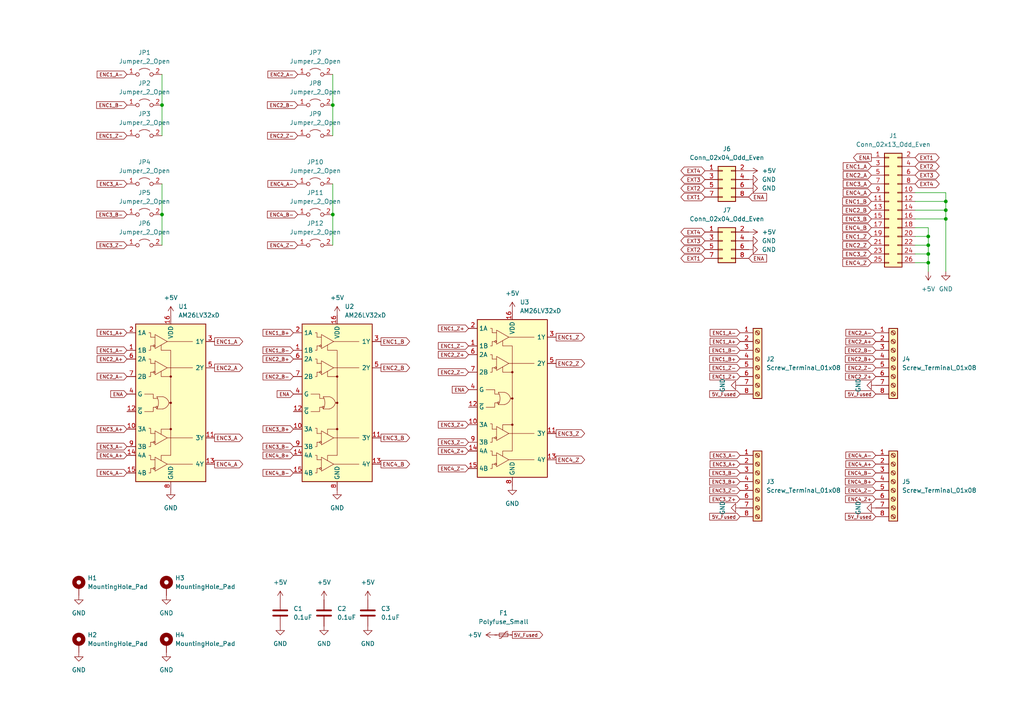
<source format=kicad_sch>
(kicad_sch (version 20230121) (generator eeschema)
  (paper "A4")
  (lib_symbols
    (symbol "Connector:Screw_Terminal_01x08" (pin_names (offset 1.016) hide)
      (property "Reference" "J" (at 0 10.16 0))
      (property "Value" "Screw_Terminal_01x08" (at 0 -12.7 0))
      (symbol "Screw_Terminal_01x08_1_1"
        (rectangle (start -1.27 8.89) (end 1.27 -11.43) (stroke (width 0.254)) (fill (type background)))
        (circle (center 0 -10.16) (radius 0.635) (stroke (width 0.1524)))
        (circle (center 0 -7.62) (radius 0.635) (stroke (width 0.1524)))
        (circle (center 0 -5.08) (radius 0.635) (stroke (width 0.1524)))
        (circle (center 0 -2.54) (radius 0.635) (stroke (width 0.1524)))
        (polyline (pts (xy -0.5334 -9.8298) (xy 0.3302 -10.668)) (stroke (width 0.1524)))
        (polyline (pts (xy -0.5334 -7.2898) (xy 0.3302 -8.128)) (stroke (width 0.1524)))
        (polyline (pts (xy -0.5334 -4.7498) (xy 0.3302 -5.588)) (stroke (width 0.1524)))
        (polyline (pts (xy -0.5334 -2.2098) (xy 0.3302 -3.048)) (stroke (width 0.1524)))
        (polyline (pts (xy -0.5334 0.3302) (xy 0.3302 -0.508)) (stroke (width 0.1524)))
        (polyline (pts (xy -0.5334 2.8702) (xy 0.3302 2.032)) (stroke (width 0.1524)))
        (polyline (pts (xy -0.5334 5.4102) (xy 0.3302 4.572)) (stroke (width 0.1524)))
        (polyline (pts (xy -0.5334 7.9502) (xy 0.3302 7.112)) (stroke (width 0.1524)))
        (polyline (pts (xy -0.3556 -9.652) (xy 0.508 -10.4902)) (stroke (width 0.1524)))
        (polyline (pts (xy -0.3556 -7.112) (xy 0.508 -7.9502)) (stroke (width 0.1524)))
        (polyline (pts (xy -0.3556 -4.572) (xy 0.508 -5.4102)) (stroke (width 0.1524)))
        (polyline (pts (xy -0.3556 -2.032) (xy 0.508 -2.8702)) (stroke (width 0.1524)))
        (polyline (pts (xy -0.3556 0.508) (xy 0.508 -0.3302)) (stroke (width 0.1524)))
        (polyline (pts (xy -0.3556 3.048) (xy 0.508 2.2098)) (stroke (width 0.1524)))
        (polyline (pts (xy -0.3556 5.588) (xy 0.508 4.7498)) (stroke (width 0.1524)))
        (polyline (pts (xy -0.3556 8.128) (xy 0.508 7.2898)) (stroke (width 0.1524)))
        (circle (center 0 0) (radius 0.635) (stroke (width 0.1524)))
        (circle (center 0 2.54) (radius 0.635) (stroke (width 0.1524)))
        (circle (center 0 5.08) (radius 0.635) (stroke (width 0.1524)))
        (circle (center 0 7.62) (radius 0.635) (stroke (width 0.1524)))
        (pin passive line (at -5.08 7.62 0) (length 3.81) (name "Pin_1") (number "1"))
        (pin passive line (at -5.08 5.08 0) (length 3.81) (name "Pin_2") (number "2"))
        (pin passive line (at -5.08 2.54 0) (length 3.81) (name "Pin_3") (number "3"))
        (pin passive line (at -5.08 0 0) (length 3.81) (name "Pin_4") (number "4"))
        (pin passive line (at -5.08 -2.54 0) (length 3.81) (name "Pin_5") (number "5"))
        (pin passive line (at -5.08 -5.08 0) (length 3.81) (name "Pin_6") (number "6"))
        (pin passive line (at -5.08 -7.62 0) (length 3.81) (name "Pin_7") (number "7"))
        (pin passive line (at -5.08 -10.16 0) (length 3.81) (name "Pin_8") (number "8"))
      )
    )
    (symbol "Connector_Generic:Conn_02x04_Odd_Even" (pin_names (offset 1.016) hide)
      (property "Reference" "J" (at 1.27 5.08 0))
      (property "Value" "Conn_02x04_Odd_Even" (at 1.27 -7.62 0))
      (symbol "Conn_02x04_Odd_Even_1_1"
        (rectangle (start -1.27 -4.953) (end 0 -5.207) (stroke (width 0.1524)))
        (rectangle (start -1.27 -2.413) (end 0 -2.667) (stroke (width 0.1524)))
        (rectangle (start -1.27 0.127) (end 0 -0.127) (stroke (width 0.1524)))
        (rectangle (start -1.27 2.667) (end 0 2.413) (stroke (width 0.1524)))
        (rectangle (start -1.27 3.81) (end 3.81 -6.35) (stroke (width 0.254)) (fill (type background)))
        (rectangle (start 3.81 -4.953) (end 2.54 -5.207) (stroke (width 0.1524)))
        (rectangle (start 3.81 -2.413) (end 2.54 -2.667) (stroke (width 0.1524)))
        (rectangle (start 3.81 0.127) (end 2.54 -0.127) (stroke (width 0.1524)))
        (rectangle (start 3.81 2.667) (end 2.54 2.413) (stroke (width 0.1524)))
        (pin passive line (at -5.08 2.54 0) (length 3.81) (name "Pin_1") (number "1"))
        (pin passive line (at 7.62 2.54 180) (length 3.81) (name "Pin_2") (number "2"))
        (pin passive line (at -5.08 0 0) (length 3.81) (name "Pin_3") (number "3"))
        (pin passive line (at 7.62 0 180) (length 3.81) (name "Pin_4") (number "4"))
        (pin passive line (at -5.08 -2.54 0) (length 3.81) (name "Pin_5") (number "5"))
        (pin passive line (at 7.62 -2.54 180) (length 3.81) (name "Pin_6") (number "6"))
        (pin passive line (at -5.08 -5.08 0) (length 3.81) (name "Pin_7") (number "7"))
        (pin passive line (at 7.62 -5.08 180) (length 3.81) (name "Pin_8") (number "8"))
      )
    )
    (symbol "Connector_Generic:Conn_02x13_Odd_Even" (pin_names (offset 1.016) hide)
      (property "Reference" "J" (at 1.27 17.78 0))
      (property "Value" "Conn_02x13_Odd_Even" (at 1.27 -17.78 0))
      (symbol "Conn_02x13_Odd_Even_1_1"
        (rectangle (start -1.27 -15.113) (end 0 -15.367) (stroke (width 0.1524)))
        (rectangle (start -1.27 -12.573) (end 0 -12.827) (stroke (width 0.1524)))
        (rectangle (start -1.27 -10.033) (end 0 -10.287) (stroke (width 0.1524)))
        (rectangle (start -1.27 -7.493) (end 0 -7.747) (stroke (width 0.1524)))
        (rectangle (start -1.27 -4.953) (end 0 -5.207) (stroke (width 0.1524)))
        (rectangle (start -1.27 -2.413) (end 0 -2.667) (stroke (width 0.1524)))
        (rectangle (start -1.27 0.127) (end 0 -0.127) (stroke (width 0.1524)))
        (rectangle (start -1.27 2.667) (end 0 2.413) (stroke (width 0.1524)))
        (rectangle (start -1.27 5.207) (end 0 4.953) (stroke (width 0.1524)))
        (rectangle (start -1.27 7.747) (end 0 7.493) (stroke (width 0.1524)))
        (rectangle (start -1.27 10.287) (end 0 10.033) (stroke (width 0.1524)))
        (rectangle (start -1.27 12.827) (end 0 12.573) (stroke (width 0.1524)))
        (rectangle (start -1.27 15.367) (end 0 15.113) (stroke (width 0.1524)))
        (rectangle (start -1.27 16.51) (end 3.81 -16.51) (stroke (width 0.254)) (fill (type background)))
        (rectangle (start 3.81 -15.113) (end 2.54 -15.367) (stroke (width 0.1524)))
        (rectangle (start 3.81 -12.573) (end 2.54 -12.827) (stroke (width 0.1524)))
        (rectangle (start 3.81 -10.033) (end 2.54 -10.287) (stroke (width 0.1524)))
        (rectangle (start 3.81 -7.493) (end 2.54 -7.747) (stroke (width 0.1524)))
        (rectangle (start 3.81 -4.953) (end 2.54 -5.207) (stroke (width 0.1524)))
        (rectangle (start 3.81 -2.413) (end 2.54 -2.667) (stroke (width 0.1524)))
        (rectangle (start 3.81 0.127) (end 2.54 -0.127) (stroke (width 0.1524)))
        (rectangle (start 3.81 2.667) (end 2.54 2.413) (stroke (width 0.1524)))
        (rectangle (start 3.81 5.207) (end 2.54 4.953) (stroke (width 0.1524)))
        (rectangle (start 3.81 7.747) (end 2.54 7.493) (stroke (width 0.1524)))
        (rectangle (start 3.81 10.287) (end 2.54 10.033) (stroke (width 0.1524)))
        (rectangle (start 3.81 12.827) (end 2.54 12.573) (stroke (width 0.1524)))
        (rectangle (start 3.81 15.367) (end 2.54 15.113) (stroke (width 0.1524)))
        (pin passive line (at -5.08 15.24 0) (length 3.81) (name "Pin_1") (number "1"))
        (pin passive line (at 7.62 5.08 180) (length 3.81) (name "Pin_10") (number "10"))
        (pin passive line (at -5.08 2.54 0) (length 3.81) (name "Pin_11") (number "11"))
        (pin passive line (at 7.62 2.54 180) (length 3.81) (name "Pin_12") (number "12"))
        (pin passive line (at -5.08 0 0) (length 3.81) (name "Pin_13") (number "13"))
        (pin passive line (at 7.62 0 180) (length 3.81) (name "Pin_14") (number "14"))
        (pin passive line (at -5.08 -2.54 0) (length 3.81) (name "Pin_15") (number "15"))
        (pin passive line (at 7.62 -2.54 180) (length 3.81) (name "Pin_16") (number "16"))
        (pin passive line (at -5.08 -5.08 0) (length 3.81) (name "Pin_17") (number "17"))
        (pin passive line (at 7.62 -5.08 180) (length 3.81) (name "Pin_18") (number "18"))
        (pin passive line (at -5.08 -7.62 0) (length 3.81) (name "Pin_19") (number "19"))
        (pin passive line (at 7.62 15.24 180) (length 3.81) (name "Pin_2") (number "2"))
        (pin passive line (at 7.62 -7.62 180) (length 3.81) (name "Pin_20") (number "20"))
        (pin passive line (at -5.08 -10.16 0) (length 3.81) (name "Pin_21") (number "21"))
        (pin passive line (at 7.62 -10.16 180) (length 3.81) (name "Pin_22") (number "22"))
        (pin passive line (at -5.08 -12.7 0) (length 3.81) (name "Pin_23") (number "23"))
        (pin passive line (at 7.62 -12.7 180) (length 3.81) (name "Pin_24") (number "24"))
        (pin passive line (at -5.08 -15.24 0) (length 3.81) (name "Pin_25") (number "25"))
        (pin passive line (at 7.62 -15.24 180) (length 3.81) (name "Pin_26") (number "26"))
        (pin passive line (at -5.08 12.7 0) (length 3.81) (name "Pin_3") (number "3"))
        (pin passive line (at 7.62 12.7 180) (length 3.81) (name "Pin_4") (number "4"))
        (pin passive line (at -5.08 10.16 0) (length 3.81) (name "Pin_5") (number "5"))
        (pin passive line (at 7.62 10.16 180) (length 3.81) (name "Pin_6") (number "6"))
        (pin passive line (at -5.08 7.62 0) (length 3.81) (name "Pin_7") (number "7"))
        (pin passive line (at 7.62 7.62 180) (length 3.81) (name "Pin_8") (number "8"))
        (pin passive line (at -5.08 5.08 0) (length 3.81) (name "Pin_9") (number "9"))
      )
    )
    (symbol "Device:C" (pin_numbers hide) (pin_names (offset 0.254))
      (property "Reference" "C" (at 0.635 2.54 0))
      (property "Value" "C" (at 0.635 -2.54 0))
      (symbol "C_0_1"
        (polyline (pts (xy -2.032 -0.762) (xy 2.032 -0.762)) (stroke (width 0.508)))
        (polyline (pts (xy -2.032 0.762) (xy 2.032 0.762)) (stroke (width 0.508)))
      )
      (symbol "C_1_1"
        (pin passive line (at 0 3.81 270) (length 2.794) (name "~") (number "1"))
        (pin passive line (at 0 -3.81 90) (length 2.794) (name "~") (number "2"))
      )
    )
    (symbol "Device:Polyfuse_Small" (pin_numbers hide) (pin_names (offset 0))
      (property "Reference" "F" (at -1.905 0 90))
      (property "Value" "Polyfuse_Small" (at 1.905 0 90))
      (symbol "Polyfuse_Small_0_1"
        (rectangle (start -0.508 1.27) (end 0.508 -1.27))
        (polyline (pts (xy 0 2.54) (xy 0 -2.54)))
        (polyline (pts (xy -1.016 1.27) (xy -1.016 0.762) (xy 1.016 -0.762) (xy 1.016 -1.27)))
      )
      (symbol "Polyfuse_Small_1_1"
        (pin passive line (at 0 2.54 270) (length 0.635) (name "~") (number "1"))
        (pin passive line (at 0 -2.54 90) (length 0.635) (name "~") (number "2"))
      )
    )
    (symbol "Interface:AM26LV32xD"
      (property "Reference" "U" (at -8.89 24.13 0))
      (property "Value" "AM26LV32xD" (at 10.16 24.13 0))
      (symbol "AM26LV32xD_0_1"
        (rectangle (start -10.16 22.86) (end 10.16 -22.86) (stroke (width 0.254)) (fill (type background)))
        (circle (center -4.826 16.51) (radius 0.254))
        (arc (start -4.064 -1.778) (mid -3.5541 0) (end -4.064 1.778) (stroke (width 0.127)))
        (circle (center -4.064 -1.27) (radius 0.254))
        (arc (start -2.286 -1.778) (mid -1.1381 -1.1479) (end -0.508 0) (stroke (width 0.127)))
        (arc (start -0.508 0) (mid -1.1381 1.1479) (end -2.286 1.778) (stroke (width 0.127)))
        (circle (center 0 -7.62) (radius 0.254) (fill (type outline)))
        (polyline (pts (xy -5.842 16.51) (xy -5.08 16.51)) (stroke (width 0.127)))
        (polyline (pts (xy -5.842 19.05) (xy -4.572 19.05)) (stroke (width 0.127)))
        (polyline (pts (xy -4.064 -1.778) (xy -2.286 -1.778)) (stroke (width 0.127)))
        (polyline (pts (xy -2.286 1.778) (xy -4.064 1.778)) (stroke (width 0.127)))
        (polyline (pts (xy -1.016 -17.78) (xy 6.35 -17.78)) (stroke (width 0.127)))
        (polyline (pts (xy -1.016 -10.16) (xy 6.35 -10.16)) (stroke (width 0.127)))
        (polyline (pts (xy -1.016 10.16) (xy 6.35 10.16)) (stroke (width 0.127)))
        (polyline (pts (xy -1.016 17.78) (xy 6.35 17.78)) (stroke (width 0.127)))
        (polyline (pts (xy -0.508 0) (xy 0 0)))
        (polyline (pts (xy 0 0) (xy 0 -15.24)) (stroke (width 0.127)))
        (polyline (pts (xy 0 7.62) (xy 0 0)) (stroke (width 0.127)))
        (polyline (pts (xy -5.842 -19.05) (xy -5.842 -20.32) (xy -6.35 -20.32)) (stroke (width 0.127)))
        (polyline (pts (xy -5.842 -16.51) (xy -5.842 -15.24) (xy -6.35 -15.24)) (stroke (width 0.127)))
        (polyline (pts (xy -5.842 -11.43) (xy -5.842 -12.7) (xy -6.35 -12.7)) (stroke (width 0.127)))
        (polyline (pts (xy -5.842 -8.89) (xy -5.842 -7.366) (xy -6.35 -7.366)) (stroke (width 0.127)))
        (polyline (pts (xy -5.842 8.89) (xy -5.842 7.62) (xy -6.35 7.62)) (stroke (width 0.127)))
        (polyline (pts (xy -5.842 11.43) (xy -5.842 12.7) (xy -6.35 12.7)) (stroke (width 0.127)))
        (polyline (pts (xy -5.842 19.05) (xy -5.842 20.32) (xy -6.35 20.32)) (stroke (width 0.127)))
        (polyline (pts (xy 0 -15.24) (xy -2.794 -15.24) (xy -2.794 -16.764)) (stroke (width 0.127)))
        (polyline (pts (xy 0 -7.62) (xy -2.794 -7.62) (xy -2.794 -9.144)) (stroke (width 0.127)))
        (polyline (pts (xy 0 7.62) (xy -2.794 7.62) (xy -2.794 9.144)) (stroke (width 0.127)))
        (polyline (pts (xy -7.62 2.54) (xy -5.08 2.54) (xy -5.08 1.27) (xy -3.81 1.27)) (stroke (width 0.127)))
        (polyline (pts (xy -5.842 16.51) (xy -5.842 15.24) (xy -6.096 15.24) (xy -6.35 15.24)) (stroke (width 0.127)))
        (polyline (pts (xy -4.572 19.812) (xy -4.572 15.748) (xy -1.016 17.78) (xy -4.572 19.812)) (stroke (width 0.127)))
        (polyline (pts (xy -4.318 -1.27) (xy -5.08 -1.27) (xy -5.08 -2.54) (xy -7.62 -2.54)) (stroke (width 0.127)))
        (polyline (pts (xy 0 7.62) (xy 0 15.24) (xy -2.794 15.24) (xy -2.794 16.764)) (stroke (width 0.127)))
        (circle (center 0 0) (radius 0.254) (fill (type outline)))
        (circle (center 0 7.62) (radius 0.254) (fill (type outline)))
      )
      (symbol "AM26LV32xD_1_1"
        (circle (center -4.826 -19.05) (radius 0.254))
        (circle (center -4.826 -11.43) (radius 0.254))
        (circle (center -4.826 8.89) (radius 0.254))
        (polyline (pts (xy -5.842 -19.05) (xy -5.08 -19.05)) (stroke (width 0.127)))
        (polyline (pts (xy -5.842 -16.51) (xy -4.572 -16.51)) (stroke (width 0.127)))
        (polyline (pts (xy -5.842 -11.43) (xy -5.08 -11.43)) (stroke (width 0.127)))
        (polyline (pts (xy -5.842 -8.89) (xy -4.572 -8.89)) (stroke (width 0.127)))
        (polyline (pts (xy -5.842 8.89) (xy -5.08 8.89)) (stroke (width 0.127)))
        (polyline (pts (xy -5.842 11.43) (xy -4.572 11.43)) (stroke (width 0.127)))
        (polyline (pts (xy -4.572 -15.748) (xy -4.572 -19.812) (xy -1.016 -17.78) (xy -4.572 -15.748)) (stroke (width 0.127)))
        (polyline (pts (xy -4.572 -8.128) (xy -4.572 -12.192) (xy -1.016 -10.16) (xy -4.572 -8.128)) (stroke (width 0.127)))
        (polyline (pts (xy -4.572 12.192) (xy -4.572 8.128) (xy -1.016 10.16) (xy -4.572 12.192)) (stroke (width 0.127)))
        (pin input line (at -12.7 15.24 0) (length 2.54) (name "1B") (number "1"))
        (pin input line (at -12.7 -7.62 0) (length 2.54) (name "3A") (number "10"))
        (pin tri_state line (at 12.7 -10.16 180) (length 2.54) (name "3Y") (number "11"))
        (pin input line (at -12.7 -2.54 0) (length 2.54) (name "~{G}") (number "12"))
        (pin tri_state line (at 12.7 -17.78 180) (length 2.54) (name "4Y") (number "13"))
        (pin input line (at -12.7 -15.24 0) (length 2.54) (name "4A") (number "14"))
        (pin input line (at -12.7 -20.32 0) (length 2.54) (name "4B") (number "15"))
        (pin power_in line (at 0 25.4 270) (length 2.54) (name "VDD") (number "16"))
        (pin input line (at -12.7 20.32 0) (length 2.54) (name "1A") (number "2"))
        (pin tri_state line (at 12.7 17.78 180) (length 2.54) (name "1Y") (number "3"))
        (pin input line (at -12.7 2.54 0) (length 2.54) (name "G") (number "4"))
        (pin tri_state line (at 12.7 10.16 180) (length 2.54) (name "2Y") (number "5"))
        (pin input line (at -12.7 12.7 0) (length 2.54) (name "2A") (number "6"))
        (pin input line (at -12.7 7.62 0) (length 2.54) (name "2B") (number "7"))
        (pin power_in line (at 0 -25.4 90) (length 2.54) (name "GND") (number "8"))
        (pin input line (at -12.7 -12.7 0) (length 2.54) (name "3B") (number "9"))
      )
    )
    (symbol "Jumper:Jumper_2_Open" (pin_names (offset 0) hide)
      (property "Reference" "JP" (at 0 2.794 0))
      (property "Value" "Jumper_2_Open" (at 0 -2.286 0))
      (symbol "Jumper_2_Open_0_0"
        (circle (center -2.032 0) (radius 0.508))
        (circle (center 2.032 0) (radius 0.508))
      )
      (symbol "Jumper_2_Open_0_1"
        (arc (start 1.524 1.27) (mid 0 1.778) (end -1.524 1.27))
      )
      (symbol "Jumper_2_Open_1_1"
        (pin passive line (at -5.08 0 0) (length 2.54) (name "A") (number "1"))
        (pin passive line (at 5.08 0 180) (length 2.54) (name "B") (number "2"))
      )
    )
    (symbol "Mechanical:MountingHole_Pad" (pin_numbers hide) (pin_names (offset 1.016) hide)
      (property "Reference" "H" (at 0 6.35 0))
      (property "Value" "MountingHole_Pad" (at 0 4.445 0))
      (symbol "MountingHole_Pad_0_1"
        (circle (center 0 1.27) (radius 1.27) (stroke (width 1.27)))
      )
      (symbol "MountingHole_Pad_1_1"
        (pin input line (at 0 -2.54 90) (length 2.54) (name "1") (number "1"))
      )
    )
    (symbol "power:+5V" (power) (pin_names (offset 0))
      (property "Value" "+5V" (at 0 3.556 0))
      (symbol "+5V_0_1"
        (polyline (pts (xy -0.762 1.27) (xy 0 2.54)))
        (polyline (pts (xy 0 0) (xy 0 2.54)))
        (polyline (pts (xy 0 2.54) (xy 0.762 1.27)))
      )
      (symbol "+5V_1_1"
        (pin power_in line (at 0 0 90) (length 0) hide (name "+5V") (number "1"))
      )
    )
    (symbol "power:GND" (power) (pin_names (offset 0))
      (property "Value" "GND" (at 0 -3.81 0))
      (symbol "GND_0_1"
        (polyline (pts (xy 0 0) (xy 0 -1.27) (xy 1.27 -1.27) (xy 0 -2.54) (xy -1.27 -1.27) (xy 0 -1.27)))
      )
      (symbol "GND_1_1"
        (pin power_in line (at 0 0 270) (length 0) hide (name "GND") (number "1"))
      )
    )
  )
  (junction (at 96.52 62.23))
  (junction (at 269.24 73.66))
  (junction (at 269.24 71.12))
  (junction (at 96.52 30.48))
  (junction (at 269.24 68.58))
  (junction (at 274.32 63.5))
  (junction (at 274.32 58.42))
  (junction (at 274.32 60.96))
  (junction (at 46.99 62.23))
  (junction (at 46.99 30.48))
  (junction (at 269.24 76.2))
  (wire (pts (xy 265.43 58.42) (xy 274.32 58.42)))
  (wire (pts (xy 265.43 68.58) (xy 269.24 68.58)))
  (wire (pts (xy 96.52 30.48) (xy 96.52 39.37)))
  (wire (pts (xy 265.43 55.88) (xy 274.32 55.88)))
  (wire (pts (xy 274.32 60.96) (xy 274.32 63.5)))
  (wire (pts (xy 274.32 55.88) (xy 274.32 58.42)))
  (wire (pts (xy 269.24 71.12) (xy 269.24 73.66)))
  (wire (pts (xy 265.43 76.2) (xy 269.24 76.2)))
  (wire (pts (xy 269.24 73.66) (xy 269.24 76.2)))
  (wire (pts (xy 46.99 21.59) (xy 46.99 30.48)))
  (wire (pts (xy 269.24 66.04) (xy 269.24 68.58)))
  (wire (pts (xy 46.99 62.23) (xy 46.99 71.12)))
  (wire (pts (xy 274.32 58.42) (xy 274.32 60.96)))
  (wire (pts (xy 96.52 21.59) (xy 96.52 30.48)))
  (wire (pts (xy 265.43 71.12) (xy 269.24 71.12)))
  (wire (pts (xy 46.99 53.34) (xy 46.99 62.23)))
  (wire (pts (xy 265.43 63.5) (xy 274.32 63.5)))
  (wire (pts (xy 96.52 62.23) (xy 96.52 71.12)))
  (wire (pts (xy 265.43 73.66) (xy 269.24 73.66)))
  (wire (pts (xy 96.52 53.34) (xy 96.52 62.23)))
  (wire (pts (xy 265.43 66.04) (xy 269.24 66.04)))
  (wire (pts (xy 265.43 60.96) (xy 274.32 60.96)))
  (wire (pts (xy 269.24 76.2) (xy 269.24 78.74)))
  (wire (pts (xy 46.99 30.48) (xy 46.99 39.37)))
  (wire (pts (xy 274.32 63.5) (xy 274.32 78.74)))
  (wire (pts (xy 269.24 68.58) (xy 269.24 71.12)))
  (global_label "ENC2_A+" (shape input) (at 254 99.06 180) (effects (font (size 1 1))) (property "Intersheetrefs" "${INTERSHEET_REFS}" (effects hide)))
  (global_label "ENC3_Z+" (shape input) (at 135.89 123.19 180) (effects (font (size 1 1))) (property "Intersheetrefs" "${INTERSHEET_REFS}" (effects hide)))
  (global_label "ENC2_B" (shape output) (at 110.49 106.68 0) (effects (font (size 1.1 1.1))) (property "Intersheetrefs" "${INTERSHEET_REFS}" (effects hide)))
  (global_label "ENC3_A-" (shape input) (at 214.63 132.08 180) (effects (font (size 1 1))) (property "Intersheetrefs" "${INTERSHEET_REFS}" (effects hide)))
  (global_label "5V_Fused" (shape input) (at 214.63 114.3 180) (effects (font (size 1 1))) (property "Intersheetrefs" "${INTERSHEET_REFS}" (effects hide)))
  (global_label "ENC1_Z" (shape input) (at 252.73 68.58 180) (effects (font (size 1.1 1.1))) (property "Intersheetrefs" "${INTERSHEET_REFS}" (effects hide)))
  (global_label "ENC3_B" (shape input) (at 252.73 63.5 180) (effects (font (size 1.1 1.1))) (property "Intersheetrefs" "${INTERSHEET_REFS}" (effects hide)))
  (global_label "ENC4_B+" (shape input) (at 254 139.7 180) (effects (font (size 1 1))) (property "Intersheetrefs" "${INTERSHEET_REFS}" (effects hide)))
  (global_label "ENC2_Z" (shape input) (at 252.73 71.12 180) (effects (font (size 1.1 1.1))) (property "Intersheetrefs" "${INTERSHEET_REFS}" (effects hide)))
  (global_label "ENC2_B-" (shape input) (at 86.36 30.48 180) (effects (font (size 1 1))) (property "Intersheetrefs" "${INTERSHEET_REFS}" (effects hide)))
  (global_label "ENC2_Z" (shape output) (at 161.29 105.41 0) (effects (font (size 1.1 1.1))) (property "Intersheetrefs" "${INTERSHEET_REFS}" (effects hide)))
  (global_label "ENC1_B" (shape output) (at 110.49 99.06 0) (effects (font (size 1.1 1.1))) (property "Intersheetrefs" "${INTERSHEET_REFS}" (effects hide)))
  (global_label "ENC4_Z" (shape output) (at 161.29 133.35 0) (effects (font (size 1.1 1.1))) (property "Intersheetrefs" "${INTERSHEET_REFS}" (effects hide)))
  (global_label "ENC4_Z+" (shape input) (at 254 144.78 180) (effects (font (size 1 1))) (property "Intersheetrefs" "${INTERSHEET_REFS}" (effects hide)))
  (global_label "ENA" (shape input) (at 217.17 74.93 0) (effects (font (size 1.1 1.1))) (property "Intersheetrefs" "${INTERSHEET_REFS}" (effects hide)))
  (global_label "ENC3_A" (shape input) (at 252.73 53.34 180) (effects (font (size 1.1 1.1))) (property "Intersheetrefs" "${INTERSHEET_REFS}" (effects hide)))
  (global_label "ENC4_B+" (shape input) (at 85.09 132.08 180) (effects (font (size 1 1))) (property "Intersheetrefs" "${INTERSHEET_REFS}" (effects hide)))
  (global_label "ENC1_B-" (shape input) (at 214.63 101.6 180) (effects (font (size 1 1))) (property "Intersheetrefs" "${INTERSHEET_REFS}" (effects hide)))
  (global_label "ENC3_A+" (shape input) (at 36.83 124.46 180) (effects (font (size 1 1))) (property "Intersheetrefs" "${INTERSHEET_REFS}" (effects hide)))
  (global_label "ENC3_A-" (shape input) (at 36.83 129.54 180) (effects (font (size 1 1))) (property "Intersheetrefs" "${INTERSHEET_REFS}" (effects hide)))
  (global_label "ENC1_B+" (shape input) (at 85.09 96.52 180) (effects (font (size 1 1))) (property "Intersheetrefs" "${INTERSHEET_REFS}" (effects hide)))
  (global_label "ENC4_B" (shape output) (at 110.49 134.62 0) (effects (font (size 1.1 1.1))) (property "Intersheetrefs" "${INTERSHEET_REFS}" (effects hide)))
  (global_label "ENC1_A-" (shape input) (at 36.83 21.59 180) (effects (font (size 1 1))) (property "Intersheetrefs" "${INTERSHEET_REFS}" (effects hide)))
  (global_label "ENC4_B-" (shape input) (at 254 137.16 180) (effects (font (size 1 1))) (property "Intersheetrefs" "${INTERSHEET_REFS}" (effects hide)))
  (global_label "ENC3_B" (shape output) (at 110.49 127 0) (effects (font (size 1.1 1.1))) (property "Intersheetrefs" "${INTERSHEET_REFS}" (effects hide)))
  (global_label "ENC4_Z-" (shape input) (at 86.36 71.12 180) (effects (font (size 1 1))) (property "Intersheetrefs" "${INTERSHEET_REFS}" (effects hide)))
  (global_label "EXT1" (shape bidirectional) (at 204.47 74.93 180) (effects (font (size 1.1 1.1))) (property "Intersheetrefs" "${INTERSHEET_REFS}" (effects hide)))
  (global_label "ENC2_B+" (shape input) (at 85.09 104.14 180) (effects (font (size 1 1))) (property "Intersheetrefs" "${INTERSHEET_REFS}" (effects hide)))
  (global_label "ENA" (shape input) (at 36.83 114.3 180) (effects (font (size 1 1))) (property "Intersheetrefs" "${INTERSHEET_REFS}" (effects hide)))
  (global_label "ENC3_B-" (shape input) (at 85.09 129.54 180) (effects (font (size 1 1))) (property "Intersheetrefs" "${INTERSHEET_REFS}" (effects hide)))
  (global_label "ENA" (shape input) (at 135.89 113.03 180) (effects (font (size 1 1))) (property "Intersheetrefs" "${INTERSHEET_REFS}" (effects hide)))
  (global_label "EXT1" (shape bidirectional) (at 204.47 57.15 180) (effects (font (size 1.1 1.1))) (property "Intersheetrefs" "${INTERSHEET_REFS}" (effects hide)))
  (global_label "ENC1_A-" (shape input) (at 36.83 101.6 180) (effects (font (size 1 1))) (property "Intersheetrefs" "${INTERSHEET_REFS}" (effects hide)))
  (global_label "ENC2_B-" (shape input) (at 85.09 109.22 180) (effects (font (size 1 1))) (property "Intersheetrefs" "${INTERSHEET_REFS}" (effects hide)))
  (global_label "ENC1_Z" (shape output) (at 161.29 97.79 0) (effects (font (size 1.1 1.1))) (property "Intersheetrefs" "${INTERSHEET_REFS}" (effects hide)))
  (global_label "ENC3_B-" (shape input) (at 214.63 137.16 180) (effects (font (size 1 1))) (property "Intersheetrefs" "${INTERSHEET_REFS}" (effects hide)))
  (global_label "ENC4_Z+" (shape input) (at 135.89 130.81 180) (effects (font (size 1 1))) (property "Intersheetrefs" "${INTERSHEET_REFS}" (effects hide)))
  (global_label "ENC2_A-" (shape input) (at 36.83 109.22 180) (effects (font (size 1 1))) (property "Intersheetrefs" "${INTERSHEET_REFS}" (effects hide)))
  (global_label "ENC3_Z-" (shape input) (at 214.63 142.24 180) (effects (font (size 1 1))) (property "Intersheetrefs" "${INTERSHEET_REFS}" (effects hide)))
  (global_label "ENC1_Z-" (shape input) (at 214.63 106.68 180) (effects (font (size 1 1))) (property "Intersheetrefs" "${INTERSHEET_REFS}" (effects hide)))
  (global_label "ENC1_B-" (shape input) (at 85.09 101.6 180) (effects (font (size 1 1))) (property "Intersheetrefs" "${INTERSHEET_REFS}" (effects hide)))
  (global_label "ENC1_Z-" (shape input) (at 135.89 100.33 180) (effects (font (size 1 1))) (property "Intersheetrefs" "${INTERSHEET_REFS}" (effects hide)))
  (global_label "5V_Fused" (shape output) (at 148.59 184.15 0) (effects (font (size 1 1))) (property "Intersheetrefs" "${INTERSHEET_REFS}" (effects hide)))
  (global_label "ENC4_A+" (shape input) (at 36.83 132.08 180) (effects (font (size 1 1))) (property "Intersheetrefs" "${INTERSHEET_REFS}" (effects hide)))
  (global_label "ENA" (shape output) (at 252.73 45.72 180) (effects (font (size 1.1 1.1))) (property "Intersheetrefs" "${INTERSHEET_REFS}" (effects hide)))
  (global_label "EXT2" (shape bidirectional) (at 265.43 48.26 0) (effects (font (size 1.1 1.1))) (property "Intersheetrefs" "${INTERSHEET_REFS}" (effects hide)))
  (global_label "ENC3_A" (shape output) (at 62.23 127 0) (effects (font (size 1.1 1.1))) (property "Intersheetrefs" "${INTERSHEET_REFS}" (effects hide)))
  (global_label "EXT3" (shape bidirectional) (at 265.43 50.8 0) (effects (font (size 1.1 1.1))) (property "Intersheetrefs" "${INTERSHEET_REFS}" (effects hide)))
  (global_label "5V_Fused" (shape input) (at 254 114.3 180) (effects (font (size 1 1))) (property "Intersheetrefs" "${INTERSHEET_REFS}" (effects hide)))
  (global_label "EXT2" (shape bidirectional) (at 204.47 72.39 180) (effects (font (size 1.1 1.1))) (property "Intersheetrefs" "${INTERSHEET_REFS}" (effects hide)))
  (global_label "ENC3_B+" (shape input) (at 85.09 124.46 180) (effects (font (size 1 1))) (property "Intersheetrefs" "${INTERSHEET_REFS}" (effects hide)))
  (global_label "EXT3" (shape bidirectional) (at 204.47 69.85 180) (effects (font (size 1.1 1.1))) (property "Intersheetrefs" "${INTERSHEET_REFS}" (effects hide)))
  (global_label "ENC4_A+" (shape input) (at 254 134.62 180) (effects (font (size 1 1))) (property "Intersheetrefs" "${INTERSHEET_REFS}" (effects hide)))
  (global_label "ENC4_A-" (shape input) (at 86.36 53.34 180) (effects (font (size 1 1))) (property "Intersheetrefs" "${INTERSHEET_REFS}" (effects hide)))
  (global_label "ENC1_A+" (shape input) (at 36.83 96.52 180) (effects (font (size 1 1))) (property "Intersheetrefs" "${INTERSHEET_REFS}" (effects hide)))
  (global_label "ENC4_Z-" (shape input) (at 254 142.24 180) (effects (font (size 1 1))) (property "Intersheetrefs" "${INTERSHEET_REFS}" (effects hide)))
  (global_label "ENC3_B+" (shape input) (at 214.63 139.7 180) (effects (font (size 1 1))) (property "Intersheetrefs" "${INTERSHEET_REFS}" (effects hide)))
  (global_label "ENC2_Z+" (shape input) (at 135.89 102.87 180) (effects (font (size 1 1))) (property "Intersheetrefs" "${INTERSHEET_REFS}" (effects hide)))
  (global_label "EXT1" (shape bidirectional) (at 265.43 45.72 0) (effects (font (size 1.1 1.1))) (property "Intersheetrefs" "${INTERSHEET_REFS}" (effects hide)))
  (global_label "ENC2_Z-" (shape input) (at 135.89 107.95 180) (effects (font (size 1 1))) (property "Intersheetrefs" "${INTERSHEET_REFS}" (effects hide)))
  (global_label "ENC4_A-" (shape input) (at 36.83 137.16 180) (effects (font (size 1 1))) (property "Intersheetrefs" "${INTERSHEET_REFS}" (effects hide)))
  (global_label "ENC3_A+" (shape input) (at 214.63 134.62 180) (effects (font (size 1 1))) (property "Intersheetrefs" "${INTERSHEET_REFS}" (effects hide)))
  (global_label "ENC1_A" (shape input) (at 252.73 48.26 180) (effects (font (size 1.1 1.1))) (property "Intersheetrefs" "${INTERSHEET_REFS}" (effects hide)))
  (global_label "5V_Fused" (shape input) (at 214.63 149.86 180) (effects (font (size 1 1))) (property "Intersheetrefs" "${INTERSHEET_REFS}" (effects hide)))
  (global_label "ENC2_A" (shape input) (at 252.73 50.8 180) (effects (font (size 1.1 1.1))) (property "Intersheetrefs" "${INTERSHEET_REFS}" (effects hide)))
  (global_label "ENC2_Z+" (shape input) (at 254 109.22 180) (effects (font (size 1 1))) (property "Intersheetrefs" "${INTERSHEET_REFS}" (effects hide)))
  (global_label "ENC4_Z" (shape input) (at 252.73 76.2 180) (effects (font (size 1.1 1.1))) (property "Intersheetrefs" "${INTERSHEET_REFS}" (effects hide)))
  (global_label "ENC3_Z" (shape output) (at 161.29 125.73 0) (effects (font (size 1.1 1.1))) (property "Intersheetrefs" "${INTERSHEET_REFS}" (effects hide)))
  (global_label "ENC2_B" (shape input) (at 252.73 60.96 180) (effects (font (size 1.1 1.1))) (property "Intersheetrefs" "${INTERSHEET_REFS}" (effects hide)))
  (global_label "ENC4_B-" (shape input) (at 85.09 137.16 180) (effects (font (size 1 1))) (property "Intersheetrefs" "${INTERSHEET_REFS}" (effects hide)))
  (global_label "ENC3_Z-" (shape input) (at 36.83 71.12 180) (effects (font (size 1 1))) (property "Intersheetrefs" "${INTERSHEET_REFS}" (effects hide)))
  (global_label "ENC4_A" (shape input) (at 252.73 55.88 180) (effects (font (size 1.1 1.1))) (property "Intersheetrefs" "${INTERSHEET_REFS}" (effects hide)))
  (global_label "ENC4_B-" (shape input) (at 86.36 62.23 180) (effects (font (size 1 1))) (property "Intersheetrefs" "${INTERSHEET_REFS}" (effects hide)))
  (global_label "ENC2_A" (shape output) (at 62.23 106.68 0) (effects (font (size 1.1 1.1))) (property "Intersheetrefs" "${INTERSHEET_REFS}" (effects hide)))
  (global_label "ENC4_A-" (shape input) (at 254 132.08 180) (effects (font (size 1 1))) (property "Intersheetrefs" "${INTERSHEET_REFS}" (effects hide)))
  (global_label "ENC3_A-" (shape input) (at 36.83 53.34 180) (effects (font (size 1 1))) (property "Intersheetrefs" "${INTERSHEET_REFS}" (effects hide)))
  (global_label "EXT4" (shape bidirectional) (at 265.43 53.34 0) (effects (font (size 1.1 1.1))) (property "Intersheetrefs" "${INTERSHEET_REFS}" (effects hide)))
  (global_label "ENC2_Z-" (shape input) (at 254 106.68 180) (effects (font (size 1 1))) (property "Intersheetrefs" "${INTERSHEET_REFS}" (effects hide)))
  (global_label "EXT4" (shape bidirectional) (at 204.47 67.31 180) (effects (font (size 1.1 1.1))) (property "Intersheetrefs" "${INTERSHEET_REFS}" (effects hide)))
  (global_label "EXT4" (shape bidirectional) (at 204.47 49.53 180) (effects (font (size 1.1 1.1))) (property "Intersheetrefs" "${INTERSHEET_REFS}" (effects hide)))
  (global_label "ENC1_A+" (shape input) (at 214.63 99.06 180) (effects (font (size 1 1))) (property "Intersheetrefs" "${INTERSHEET_REFS}" (effects hide)))
  (global_label "ENC1_A" (shape output) (at 62.23 99.06 0) (effects (font (size 1.1 1.1))) (property "Intersheetrefs" "${INTERSHEET_REFS}" (effects hide)))
  (global_label "ENC2_B-" (shape input) (at 254 101.6 180) (effects (font (size 1 1))) (property "Intersheetrefs" "${INTERSHEET_REFS}" (effects hide)))
  (global_label "ENA" (shape input) (at 217.17 57.15 0) (effects (font (size 1.1 1.1))) (property "Intersheetrefs" "${INTERSHEET_REFS}" (effects hide)))
  (global_label "5V_Fused" (shape input) (at 254 149.86 180) (effects (font (size 1 1))) (property "Intersheetrefs" "${INTERSHEET_REFS}" (effects hide)))
  (global_label "ENC3_Z" (shape input) (at 252.73 73.66 180) (effects (font (size 1.1 1.1))) (property "Intersheetrefs" "${INTERSHEET_REFS}" (effects hide)))
  (global_label "ENC3_Z+" (shape input) (at 214.63 144.78 180) (effects (font (size 1 1))) (property "Intersheetrefs" "${INTERSHEET_REFS}" (effects hide)))
  (global_label "ENC2_Z-" (shape input) (at 86.36 39.37 180) (effects (font (size 1 1))) (property "Intersheetrefs" "${INTERSHEET_REFS}" (effects hide)))
  (global_label "ENC1_B-" (shape input) (at 36.83 30.48 180) (effects (font (size 1 1))) (property "Intersheetrefs" "${INTERSHEET_REFS}" (effects hide)))
  (global_label "ENA" (shape input) (at 85.09 114.3 180) (effects (font (size 1 1))) (property "Intersheetrefs" "${INTERSHEET_REFS}" (effects hide)))
  (global_label "ENC1_B" (shape input) (at 252.73 58.42 180) (effects (font (size 1.1 1.1))) (property "Intersheetrefs" "${INTERSHEET_REFS}" (effects hide)))
  (global_label "ENC3_Z-" (shape input) (at 135.89 128.27 180) (effects (font (size 1 1))) (property "Intersheetrefs" "${INTERSHEET_REFS}" (effects hide)))
  (global_label "ENC2_A-" (shape input) (at 254 96.52 180) (effects (font (size 1 1))) (property "Intersheetrefs" "${INTERSHEET_REFS}" (effects hide)))
  (global_label "EXT2" (shape bidirectional) (at 204.47 54.61 180) (effects (font (size 1.1 1.1))) (property "Intersheetrefs" "${INTERSHEET_REFS}" (effects hide)))
  (global_label "ENC1_Z-" (shape input) (at 36.83 39.37 180) (effects (font (size 1 1))) (property "Intersheetrefs" "${INTERSHEET_REFS}" (effects hide)))
  (global_label "ENC4_Z-" (shape input) (at 135.89 135.89 180) (effects (font (size 1 1))) (property "Intersheetrefs" "${INTERSHEET_REFS}" (effects hide)))
  (global_label "ENC4_B" (shape input) (at 252.73 66.04 180) (effects (font (size 1.1 1.1))) (property "Intersheetrefs" "${INTERSHEET_REFS}" (effects hide)))
  (global_label "ENC1_Z+" (shape input) (at 135.89 95.25 180) (effects (font (size 1 1))) (property "Intersheetrefs" "${INTERSHEET_REFS}" (effects hide)))
  (global_label "ENC1_A-" (shape input) (at 214.63 96.52 180) (effects (font (size 1 1))) (property "Intersheetrefs" "${INTERSHEET_REFS}" (effects hide)))
  (global_label "ENC1_Z+" (shape input) (at 214.63 109.22 180) (effects (font (size 1 1))) (property "Intersheetrefs" "${INTERSHEET_REFS}" (effects hide)))
  (global_label "ENC3_B-" (shape input) (at 36.83 62.23 180) (effects (font (size 1 1))) (property "Intersheetrefs" "${INTERSHEET_REFS}" (effects hide)))
  (global_label "ENC4_A" (shape output) (at 62.23 134.62 0) (effects (font (size 1.1 1.1))) (property "Intersheetrefs" "${INTERSHEET_REFS}" (effects hide)))
  (global_label "ENC2_B+" (shape input) (at 254 104.14 180) (effects (font (size 1 1))) (property "Intersheetrefs" "${INTERSHEET_REFS}" (effects hide)))
  (global_label "EXT3" (shape bidirectional) (at 204.47 52.07 180) (effects (font (size 1.1 1.1))) (property "Intersheetrefs" "${INTERSHEET_REFS}" (effects hide)))
  (global_label "ENC2_A-" (shape input) (at 86.36 21.59 180) (effects (font (size 1 1))) (property "Intersheetrefs" "${INTERSHEET_REFS}" (effects hide)))
  (global_label "ENC1_B+" (shape input) (at 214.63 104.14 180) (effects (font (size 1 1))) (property "Intersheetrefs" "${INTERSHEET_REFS}" (effects hide)))
  (global_label "ENC2_A+" (shape input) (at 36.83 104.14 180) (effects (font (size 1 1))) (property "Intersheetrefs" "${INTERSHEET_REFS}" (effects hide)))
  (symbol (lib_id "power:+5V") (at 93.98 173.99 0) (unit 1)
    (property "Reference" "#PWR013" (effects hide))
    (property "Value" "+5V" (at 93.98 168.91 0))
  )
  (symbol (lib_id "Jumper:Jumper_2_Open") (at 41.91 71.12 0) (unit 1)
    (property "Reference" "JP6" (at 41.91 64.77 0))
    (property "Value" "Jumper_2_Open" (at 41.91 67.31 0))
    (property "Footprint" "Connector_PinHeader_2.54mm:PinHeader_1x02_P2.54mm_Vertical" (effects hide))
  )
  (symbol (lib_id "Connector:Screw_Terminal_01x08") (at 219.71 139.7 0) (unit 1)
    (property "Reference" "J3" (at 222.25 139.7 0) (effects (justify left)))
    (property "Value" "Screw_Terminal_01x08" (at 222.25 142.24 0) (effects (justify left)))
    (property "Footprint" "AliExpress:CONN-TH_8P-P5.08_KF142V-5.08-8P" (effects hide))
  )
  (symbol (lib_id "Device:C") (at 106.68 177.8 0) (unit 1)
    (property "Reference" "C3" (at 110.49 176.53 0) (effects (justify left)))
    (property "Value" "0.1uF" (at 110.49 179.07 0) (effects (justify left)))
    (property "Footprint" "Capacitor_SMD:C_1206_3216Metric_Pad1.33x1.80mm_HandSolder" (effects hide))
  )
  (symbol (lib_id "power:GND") (at 93.98 181.61 0) (unit 1)
    (property "Reference" "#PWR014" (effects hide))
    (property "Value" "GND" (at 93.98 186.69 0))
  )
  (symbol (lib_id "power:+5V") (at 81.28 173.99 0) (unit 1)
    (property "Reference" "#PWR011" (effects hide))
    (property "Value" "+5V" (at 81.28 168.91 0))
  )
  (symbol (lib_id "power:+5V") (at 49.53 91.44 0) (unit 1)
    (property "Reference" "#PWR021" (effects hide))
    (property "Value" "+5V" (at 49.53 86.36 0))
  )
  (symbol (lib_id "Device:C") (at 81.28 177.8 0) (unit 1)
    (property "Reference" "C1" (at 85.09 176.53 0) (effects (justify left)))
    (property "Value" "0.1uF" (at 85.09 179.07 0) (effects (justify left)))
    (property "Footprint" "Capacitor_SMD:C_1206_3216Metric_Pad1.33x1.80mm_HandSolder" (effects hide))
  )
  (symbol (lib_id "Jumper:Jumper_2_Open") (at 41.91 39.37 0) (unit 1)
    (property "Reference" "JP3" (at 41.91 33.02 0))
    (property "Value" "Jumper_2_Open" (at 41.91 35.56 0))
    (property "Footprint" "Connector_PinHeader_2.54mm:PinHeader_1x02_P2.54mm_Vertical" (effects hide))
  )
  (symbol (lib_id "power:GND") (at 254 147.32 270) (unit 1)
    (property "Reference" "#PWR05" (effects hide))
    (property "Value" "GND" (at 248.92 147.32 0))
  )
  (symbol (lib_id "Jumper:Jumper_2_Open") (at 41.91 30.48 0) (unit 1)
    (property "Reference" "JP2" (at 41.91 24.13 0))
    (property "Value" "Jumper_2_Open" (at 41.91 26.67 0))
    (property "Footprint" "Connector_PinHeader_2.54mm:PinHeader_1x02_P2.54mm_Vertical" (effects hide))
  )
  (symbol (lib_id "Jumper:Jumper_2_Open") (at 91.44 39.37 0) (unit 1)
    (property "Reference" "JP9" (at 91.44 33.02 0))
    (property "Value" "Jumper_2_Open" (at 91.44 35.56 0))
    (property "Footprint" "Connector_PinHeader_2.54mm:PinHeader_1x02_P2.54mm_Vertical" (effects hide))
  )
  (symbol (lib_id "power:GND") (at 254 111.76 270) (unit 1)
    (property "Reference" "#PWR06" (effects hide))
    (property "Value" "GND" (at 248.92 111.76 0))
  )
  (symbol (lib_id "Jumper:Jumper_2_Open") (at 41.91 62.23 0) (unit 1)
    (property "Reference" "JP5" (at 41.91 55.88 0))
    (property "Value" "Jumper_2_Open" (at 41.91 58.42 0))
    (property "Footprint" "Connector_PinHeader_2.54mm:PinHeader_1x02_P2.54mm_Vertical" (effects hide))
  )
  (symbol (lib_id "power:GND") (at 48.26 189.23 0) (unit 1)
    (property "Reference" "#PWR010" (effects hide))
    (property "Value" "GND" (at 48.26 194.31 0))
  )
  (symbol (lib_id "power:GND") (at 217.17 54.61 90) (unit 1)
    (property "Reference" "#PWR026" (effects hide))
    (property "Value" "GND" (at 220.98 54.61 90) (effects (justify right)))
  )
  (symbol (lib_id "power:GND") (at 214.63 147.32 270) (unit 1)
    (property "Reference" "#PWR04" (effects hide))
    (property "Value" "GND" (at 209.55 147.32 0))
  )
  (symbol (lib_id "Jumper:Jumper_2_Open") (at 91.44 62.23 0) (unit 1)
    (property "Reference" "JP11" (at 91.44 55.88 0))
    (property "Value" "Jumper_2_Open" (at 91.44 58.42 0))
    (property "Footprint" "Connector_PinHeader_2.54mm:PinHeader_1x02_P2.54mm_Vertical" (effects hide))
  )
  (symbol (lib_id "power:+5V") (at 217.17 49.53 270) (unit 1)
    (property "Reference" "#PWR029" (effects hide))
    (property "Value" "+5V" (at 220.98 49.53 90) (effects (justify left)))
  )
  (symbol (lib_id "Connector_Generic:Conn_02x04_Odd_Even") (at 209.55 52.07 0) (unit 1)
    (property "Reference" "J6" (at 210.82 43.18 0))
    (property "Value" "Conn_02x04_Odd_Even" (at 210.82 45.72 0))
    (property "Footprint" "Connector_PinSocket_1.27mm:PinSocket_2x04_P1.27mm_Horizontal" (effects hide))
  )
  (symbol (lib_id "Connector:Screw_Terminal_01x08") (at 219.71 104.14 0) (unit 1)
    (property "Reference" "J2" (at 222.25 104.14 0) (effects (justify left)))
    (property "Value" "Screw_Terminal_01x08" (at 222.25 106.68 0) (effects (justify left)))
    (property "Footprint" "AliExpress:CONN-TH_8P-P5.08_KF142V-5.08-8P" (effects hide))
  )
  (symbol (lib_id "power:+5V") (at 97.79 91.44 0) (unit 1)
    (property "Reference" "#PWR022" (effects hide))
    (property "Value" "+5V" (at 97.79 86.36 0))
  )
  (symbol (lib_id "Interface:AM26LV32xD") (at 148.59 115.57 0) (unit 1)
    (property "Reference" "U3" (at 150.7841 87.63 0) (effects (justify left)))
    (property "Value" "AM26LV32xD" (at 150.7841 90.17 0) (effects (justify left)))
    (property "Footprint" "Package_SO:SOIC-16_3.9x9.9mm_P1.27mm" (effects hide))
    (property "Datasheet" "http://www.ti.com/lit/ds/symlink/am26lv32.pdf" (effects hide))
  )
  (symbol (lib_id "Device:C") (at 93.98 177.8 0) (unit 1)
    (property "Reference" "C2" (at 97.79 176.53 0) (effects (justify left)))
    (property "Value" "0.1uF" (at 97.79 179.07 0) (effects (justify left)))
    (property "Footprint" "Capacitor_SMD:C_1206_3216Metric_Pad1.33x1.80mm_HandSolder" (effects hide))
  )
  (symbol (lib_id "power:GND") (at 22.86 172.72 0) (unit 1)
    (property "Reference" "#PWR07" (effects hide))
    (property "Value" "GND" (at 22.86 177.8 0))
  )
  (symbol (lib_id "power:+5V") (at 148.59 90.17 0) (unit 1)
    (property "Reference" "#PWR023" (effects hide))
    (property "Value" "+5V" (at 148.59 85.09 0))
  )
  (symbol (lib_id "power:GND") (at 97.79 142.24 0) (unit 1)
    (property "Reference" "#PWR018" (effects hide))
    (property "Value" "GND" (at 97.79 147.32 0))
  )
  (symbol (lib_id "Connector:Screw_Terminal_01x08") (at 259.08 104.14 0) (unit 1)
    (property "Reference" "J4" (at 261.62 104.14 0) (effects (justify left)))
    (property "Value" "Screw_Terminal_01x08" (at 261.62 106.68 0) (effects (justify left)))
    (property "Footprint" "AliExpress:CONN-TH_8P-P5.08_KF142V-5.08-8P" (effects hide))
  )
  (symbol (lib_id "power:GND") (at 217.17 52.07 90) (unit 1)
    (property "Reference" "#PWR027" (effects hide))
    (property "Value" "GND" (at 220.98 52.07 90) (effects (justify right)))
  )
  (symbol (lib_id "power:GND") (at 217.17 72.39 90) (unit 1)
    (property "Reference" "#PWR024" (effects hide))
    (property "Value" "GND" (at 220.98 72.39 90) (effects (justify right)))
  )
  (symbol (lib_id "Mechanical:MountingHole_Pad") (at 22.86 170.18 0) (unit 1)
    (property "Reference" "H1" (at 25.4 167.64 0) (effects (justify left)))
    (property "Value" "MountingHole_Pad" (at 25.4 170.18 0) (effects (justify left)))
    (property "Footprint" "MountingHole:MountingHole_3.2mm_M3_Pad_Via" (effects hide))
  )
  (symbol (lib_id "power:GND") (at 22.86 189.23 0) (unit 1)
    (property "Reference" "#PWR08" (effects hide))
    (property "Value" "GND" (at 22.86 194.31 0))
  )
  (symbol (lib_id "power:+5V") (at 143.51 184.15 90) (unit 1)
    (property "Reference" "#PWR019" (effects hide))
    (property "Value" "+5V" (at 139.7 184.15 90) (effects (justify left)))
  )
  (symbol (lib_id "Connector_Generic:Conn_02x13_Odd_Even") (at 257.81 60.96 0) (unit 1)
    (property "Reference" "J1" (at 259.08 39.37 0))
    (property "Value" "Conn_02x13_Odd_Even" (at 259.08 41.91 0))
    (property "Footprint" "Connector_IDC:IDC-Header_2x13_P2.54mm_Vertical" (effects hide))
  )
  (symbol (lib_id "power:+5V") (at 106.68 173.99 0) (unit 1)
    (property "Reference" "#PWR015" (effects hide))
    (property "Value" "+5V" (at 106.68 168.91 0))
  )
  (symbol (lib_id "Jumper:Jumper_2_Open") (at 91.44 53.34 0) (unit 1)
    (property "Reference" "JP10" (at 91.44 46.99 0))
    (property "Value" "Jumper_2_Open" (at 91.44 49.53 0))
    (property "Footprint" "Connector_PinHeader_2.54mm:PinHeader_1x02_P2.54mm_Vertical" (effects hide))
  )
  (symbol (lib_id "power:+5V") (at 217.17 67.31 270) (unit 1)
    (property "Reference" "#PWR028" (effects hide))
    (property "Value" "+5V" (at 220.98 67.31 90) (effects (justify left)))
  )
  (symbol (lib_id "Jumper:Jumper_2_Open") (at 91.44 30.48 0) (unit 1)
    (property "Reference" "JP8" (at 91.44 24.13 0))
    (property "Value" "Jumper_2_Open" (at 91.44 26.67 0))
    (property "Footprint" "Connector_PinHeader_2.54mm:PinHeader_1x02_P2.54mm_Vertical" (effects hide))
  )
  (symbol (lib_id "Interface:AM26LV32xD") (at 97.79 116.84 0) (unit 1)
    (property "Reference" "U2" (at 99.9841 88.9 0) (effects (justify left)))
    (property "Value" "AM26LV32xD" (at 99.9841 91.44 0) (effects (justify left)))
    (property "Footprint" "Package_SO:SOIC-16_3.9x9.9mm_P1.27mm" (effects hide))
    (property "Datasheet" "http://www.ti.com/lit/ds/symlink/am26lv32.pdf" (effects hide))
  )
  (symbol (lib_id "power:+5V") (at 269.24 78.74 180) (unit 1)
    (property "Reference" "#PWR01" (effects hide))
    (property "Value" "+5V" (at 269.24 83.82 0))
  )
  (symbol (lib_id "power:GND") (at 106.68 181.61 0) (unit 1)
    (property "Reference" "#PWR016" (effects hide))
    (property "Value" "GND" (at 106.68 186.69 0))
  )
  (symbol (lib_id "Connector:Screw_Terminal_01x08") (at 259.08 139.7 0) (unit 1)
    (property "Reference" "J5" (at 261.62 139.7 0) (effects (justify left)))
    (property "Value" "Screw_Terminal_01x08" (at 261.62 142.24 0) (effects (justify left)))
    (property "Footprint" "AliExpress:CONN-TH_8P-P5.08_KF142V-5.08-8P" (effects hide))
  )
  (symbol (lib_id "power:GND") (at 214.63 111.76 270) (unit 1)
    (property "Reference" "#PWR03" (effects hide))
    (property "Value" "GND" (at 209.55 111.76 0))
  )
  (symbol (lib_id "power:GND") (at 49.53 142.24 0) (unit 1)
    (property "Reference" "#PWR017" (effects hide))
    (property "Value" "GND" (at 49.53 147.32 0))
  )
  (symbol (lib_id "Mechanical:MountingHole_Pad") (at 22.86 186.69 0) (unit 1)
    (property "Reference" "H2" (at 25.4 184.15 0) (effects (justify left)))
    (property "Value" "MountingHole_Pad" (at 25.4 186.69 0) (effects (justify left)))
    (property "Footprint" "MountingHole:MountingHole_3.2mm_M3_Pad_Via" (effects hide))
  )
  (symbol (lib_id "Jumper:Jumper_2_Open") (at 41.91 21.59 0) (unit 1)
    (property "Reference" "JP1" (at 41.91 15.24 0))
    (property "Value" "Jumper_2_Open" (at 41.91 17.78 0))
    (property "Footprint" "Connector_PinHeader_2.54mm:PinHeader_1x02_P2.54mm_Vertical" (effects hide))
  )
  (symbol (lib_id "power:GND") (at 217.17 69.85 90) (unit 1)
    (property "Reference" "#PWR025" (effects hide))
    (property "Value" "GND" (at 220.98 69.85 90) (effects (justify right)))
  )
  (symbol (lib_id "Mechanical:MountingHole_Pad") (at 48.26 170.18 0) (unit 1)
    (property "Reference" "H3" (at 50.8 167.64 0) (effects (justify left)))
    (property "Value" "MountingHole_Pad" (at 50.8 170.18 0) (effects (justify left)))
    (property "Footprint" "MountingHole:MountingHole_3.2mm_M3_Pad_Via" (effects hide))
  )
  (symbol (lib_id "Jumper:Jumper_2_Open") (at 91.44 71.12 0) (unit 1)
    (property "Reference" "JP12" (at 91.44 64.77 0))
    (property "Value" "Jumper_2_Open" (at 91.44 67.31 0))
    (property "Footprint" "Connector_PinHeader_2.54mm:PinHeader_1x02_P2.54mm_Vertical" (effects hide))
  )
  (symbol (lib_id "power:GND") (at 148.59 140.97 0) (unit 1)
    (property "Reference" "#PWR020" (effects hide))
    (property "Value" "GND" (at 148.59 146.05 0))
  )
  (symbol (lib_id "power:GND") (at 274.32 78.74 0) (unit 1)
    (property "Reference" "#PWR02" (effects hide))
    (property "Value" "GND" (at 274.32 83.82 0))
  )
  (symbol (lib_id "Interface:AM26LV32xD") (at 49.53 116.84 0) (unit 1)
    (property "Reference" "U1" (at 51.7241 88.9 0) (effects (justify left)))
    (property "Value" "AM26LV32xD" (at 51.7241 91.44 0) (effects (justify left)))
    (property "Footprint" "Package_SO:SOIC-16_3.9x9.9mm_P1.27mm" (effects hide))
    (property "Datasheet" "http://www.ti.com/lit/ds/symlink/am26lv32.pdf" (effects hide))
  )
  (symbol (lib_id "power:GND") (at 81.28 181.61 0) (unit 1)
    (property "Reference" "#PWR012" (effects hide))
    (property "Value" "GND" (at 81.28 186.69 0))
  )
  (symbol (lib_id "power:GND") (at 48.26 172.72 0) (unit 1)
    (property "Reference" "#PWR09" (effects hide))
    (property "Value" "GND" (at 48.26 177.8 0))
  )
  (symbol (lib_id "Connector_Generic:Conn_02x04_Odd_Even") (at 209.55 69.85 0) (unit 1)
    (property "Reference" "J7" (at 210.82 60.96 0))
    (property "Value" "Conn_02x04_Odd_Even" (at 210.82 63.5 0))
    (property "Footprint" "Connector_PinSocket_1.27mm:PinSocket_2x04_P1.27mm_Horizontal" (effects hide))
  )
  (symbol (lib_id "Mechanical:MountingHole_Pad") (at 48.26 186.69 0) (unit 1)
    (property "Reference" "H4" (at 50.8 184.15 0) (effects (justify left)))
    (property "Value" "MountingHole_Pad" (at 50.8 186.69 0) (effects (justify left)))
    (property "Footprint" "MountingHole:MountingHole_3.2mm_M3_Pad_Via" (effects hide))
  )
  (symbol (lib_id "Device:Polyfuse_Small") (at 146.05 184.15 90) (unit 1)
    (property "Reference" "F1" (at 146.05 177.8 90))
    (property "Value" "Polyfuse_Small" (at 146.05 180.34 90))
    (property "Footprint" "Resistor_SMD:R_1812_4532Metric_Pad1.30x3.40mm_HandSolder" (effects hide))
  )
  (symbol (lib_id "Jumper:Jumper_2_Open") (at 91.44 21.59 0) (unit 1)
    (property "Reference" "JP7" (at 91.44 15.24 0))
    (property "Value" "Jumper_2_Open" (at 91.44 17.78 0))
    (property "Footprint" "Connector_PinHeader_2.54mm:PinHeader_1x02_P2.54mm_Vertical" (effects hide))
  )
  (symbol (lib_id "Jumper:Jumper_2_Open") (at 41.91 53.34 0) (unit 1)
    (property "Reference" "JP4" (at 41.91 46.99 0))
    (property "Value" "Jumper_2_Open" (at 41.91 49.53 0))
    (property "Footprint" "Connector_PinHeader_2.54mm:PinHeader_1x02_P2.54mm_Vertical" (effects hide))
  )
)
</source>
